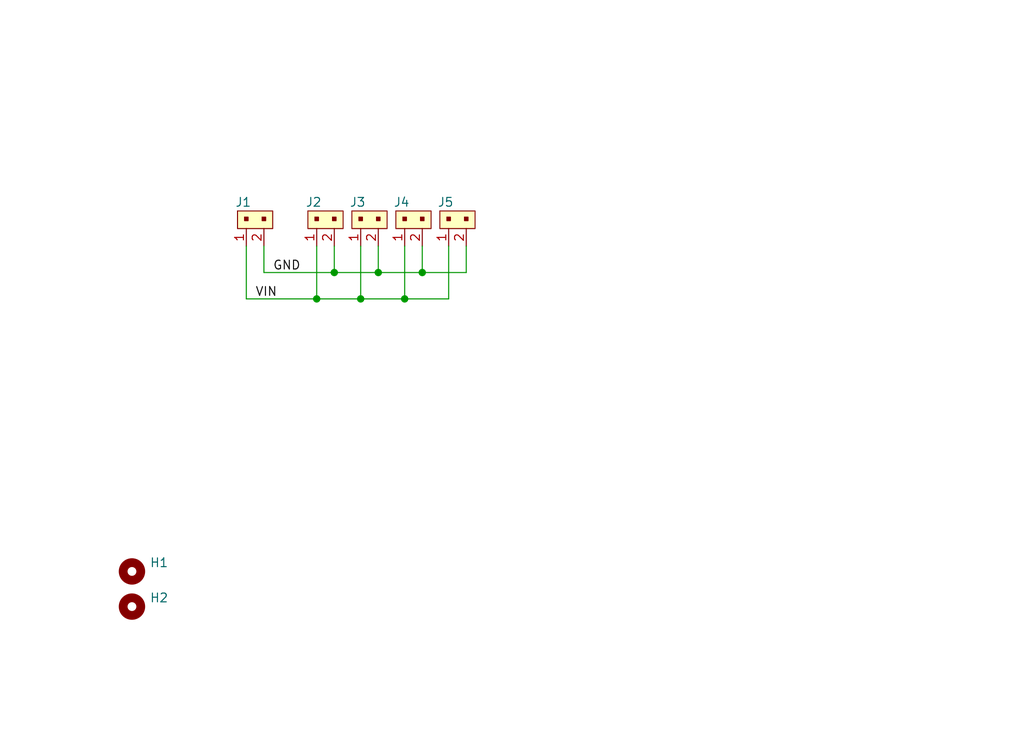
<source format=kicad_sch>
(kicad_sch (version 20250114) (generator "eeschema") (generator_version "9.0")
  (paper "User" 147.828 106.172)
  (title_block (title "3D PRINTER FAN BREAK OUT BOARD") (date "2025-05-02") (rev "0.1") (company "3LKGROVE DESIGNS"))
  (lib_symbols
    (symbol "Mechanical:MountingHole" (pin_names (offset 1.016)) (in_bom no)
      (property "Reference" "H" (at 0 5.08 0))
      (property "Value" "MountingHole" (at 0 3.175 0))
      (symbol "MountingHole_0_1"
        (circle (center 0 0) (radius 1.27) (stroke (width 1.27)))
      )
    )
    (symbol "dk_Rectangular-Connectors-Headers-Male-Pins:B2B-XH-A_LF__SN_" (pin_names (offset 1.016))
      (property "Reference" "J" (at -2.54 -1.27 0))
      (property "Value" "B2B-XH-A_LF__SN_" (at 1.27 -3.81 0))
      (symbol "B2B-XH-A_LF__SN__1_1"
        (rectangle (start -1.27 0) (end 3.81 -2.54) (fill (type background)))
        (rectangle (start -0.254 -1.143) (end 0.254 -1.651) (fill (type outline)))
        (rectangle (start 2.286 -1.143) (end 2.794 -1.651) (fill (type outline)))
        (pin passive line (at 0 2.54 270) (length 2.54) (name "~") (number "1"))
        (pin passive line (at 2.54 2.54 270) (length 2.54) (name "~") (number "2"))
      )
    )
  )
  (junction (at 54.61 39.37))
  (junction (at 48.26 39.37))
  (junction (at 52.07 43.18))
  (junction (at 60.96 39.37))
  (junction (at 45.72 43.18))
  (junction (at 58.42 43.18))
  (wire (pts (xy 35.56 43.18) (xy 35.56 35.56)))
  (wire (pts (xy 60.96 35.56) (xy 60.96 39.37)))
  (wire (pts (xy 45.72 43.18) (xy 35.56 43.18)))
  (wire (pts (xy 60.96 39.37) (xy 54.61 39.37)))
  (wire (pts (xy 48.26 39.37) (xy 38.1 39.37)))
  (wire (pts (xy 54.61 35.56) (xy 54.61 39.37)))
  (wire (pts (xy 67.31 35.56) (xy 67.31 39.37)))
  (wire (pts (xy 52.07 35.56) (xy 52.07 43.18)))
  (wire (pts (xy 48.26 35.56) (xy 48.26 39.37)))
  (wire (pts (xy 58.42 43.18) (xy 52.07 43.18)))
  (wire (pts (xy 64.77 43.18) (xy 58.42 43.18)))
  (wire (pts (xy 64.77 35.56) (xy 64.77 43.18)))
  (wire (pts (xy 52.07 43.18) (xy 45.72 43.18)))
  (wire (pts (xy 54.61 39.37) (xy 48.26 39.37)))
  (wire (pts (xy 58.42 35.56) (xy 58.42 43.18)))
  (wire (pts (xy 67.31 39.37) (xy 60.96 39.37)))
  (wire (pts (xy 45.72 35.56) (xy 45.72 43.18)))
  (wire (pts (xy 38.1 39.37) (xy 38.1 35.56)))
  (label "GND" (at 39.37 39.37 0))
  (label "VIN" (at 36.83 43.18 0))
  (symbol (lib_id "dk_Rectangular-Connectors-Headers-Male-Pins:B2B-XH-A_LF__SN_") (at 35.56 33.02 0) (mirror x) (unit 1)
    (property "Reference" "J1" (at 36.322 29.21 0) (effects (justify right)))
    (property "Value" "B2B-XH-A_LF__SN_" (effects (hide yes)))
    (property "Footprint" "digikey-footprints:PinHeader_1x2_P2.5mm_Drill1.1mm" (effects (hide yes)))
    (property "Datasheet" "http://www.jst-mfg.com/product/pdf/eng/eXH.pdf" (effects (hide yes)))
    (property "Description" "CONN HEADER VERT 2POS 2.5MM" (effects (hide yes)))
    (property "Digi-Key_PN" "455-2247-ND" (effects (hide yes)))
    (property "MPN" "B2B-XH-A(LF)(SN)" (effects (hide yes)))
    (property "Category" "Connectors, Interconnects" (effects (hide yes)))
    (property "Family" "Rectangular Connectors - Headers, Male Pins" (effects (hide yes)))
    (property "DK_Datasheet_Link" "http://www.jst-mfg.com/product/pdf/eng/eXH.pdf" (effects (hide yes)))
    (property "DK_Detail_Page" "/product-detail/en/jst-sales-america-inc/B2B-XH-A(LF)(SN)/455-2247-ND/1651045" (effects (hide yes)))
    (property "Description_1" "CONN HEADER VERT 2POS 2.5MM" (effects (hide yes)))
    (property "Manufacturer" "JST Sales America Inc." (effects (hide yes)))
    (property "Status" "Active" (effects (hide yes)))
  )
  (symbol (lib_id "dk_Rectangular-Connectors-Headers-Male-Pins:B2B-XH-A_LF__SN_") (at 58.42 33.02 0) (mirror x) (unit 1)
    (property "Reference" "J4" (at 59.182 29.21 0) (effects (justify right)))
    (property "Value" "B2B-XH-A_LF__SN_" (effects (hide yes)))
    (property "Footprint" "digikey-footprints:PinHeader_1x2_P2.5mm_Drill1.1mm" (effects (hide yes)))
    (property "Datasheet" "http://www.jst-mfg.com/product/pdf/eng/eXH.pdf" (effects (hide yes)))
    (property "Description" "CONN HEADER VERT 2POS 2.5MM" (effects (hide yes)))
    (property "Digi-Key_PN" "455-2247-ND" (effects (hide yes)))
    (property "MPN" "B2B-XH-A(LF)(SN)" (effects (hide yes)))
    (property "Category" "Connectors, Interconnects" (effects (hide yes)))
    (property "Family" "Rectangular Connectors - Headers, Male Pins" (effects (hide yes)))
    (property "DK_Datasheet_Link" "http://www.jst-mfg.com/product/pdf/eng/eXH.pdf" (effects (hide yes)))
    (property "DK_Detail_Page" "/product-detail/en/jst-sales-america-inc/B2B-XH-A(LF)(SN)/455-2247-ND/1651045" (effects (hide yes)))
    (property "Description_1" "CONN HEADER VERT 2POS 2.5MM" (effects (hide yes)))
    (property "Manufacturer" "JST Sales America Inc." (effects (hide yes)))
    (property "Status" "Active" (effects (hide yes)))
  )
  (symbol (lib_id "dk_Rectangular-Connectors-Headers-Male-Pins:B2B-XH-A_LF__SN_") (at 52.07 33.02 0) (mirror x) (unit 1)
    (property "Reference" "J3" (at 52.832 29.21 0) (effects (justify right)))
    (property "Value" "B2B-XH-A_LF__SN_" (effects (hide yes)))
    (property "Footprint" "digikey-footprints:PinHeader_1x2_P2.5mm_Drill1.1mm" (effects (hide yes)))
    (property "Datasheet" "http://www.jst-mfg.com/product/pdf/eng/eXH.pdf" (effects (hide yes)))
    (property "Description" "CONN HEADER VERT 2POS 2.5MM" (effects (hide yes)))
    (property "Digi-Key_PN" "455-2247-ND" (effects (hide yes)))
    (property "MPN" "B2B-XH-A(LF)(SN)" (effects (hide yes)))
    (property "Category" "Connectors, Interconnects" (effects (hide yes)))
    (property "Family" "Rectangular Connectors - Headers, Male Pins" (effects (hide yes)))
    (property "DK_Datasheet_Link" "http://www.jst-mfg.com/product/pdf/eng/eXH.pdf" (effects (hide yes)))
    (property "DK_Detail_Page" "/product-detail/en/jst-sales-america-inc/B2B-XH-A(LF)(SN)/455-2247-ND/1651045" (effects (hide yes)))
    (property "Description_1" "CONN HEADER VERT 2POS 2.5MM" (effects (hide yes)))
    (property "Manufacturer" "JST Sales America Inc." (effects (hide yes)))
    (property "Status" "Active" (effects (hide yes)))
  )
  (symbol (lib_id "dk_Rectangular-Connectors-Headers-Male-Pins:B2B-XH-A_LF__SN_") (at 45.72 33.02 0) (mirror x) (unit 1)
    (property "Reference" "J2" (at 46.482 29.21 0) (effects (justify right)))
    (property "Value" "B2B-XH-A_LF__SN_" (effects (hide yes)))
    (property "Footprint" "digikey-footprints:PinHeader_1x2_P2.5mm_Drill1.1mm" (effects (hide yes)))
    (property "Datasheet" "http://www.jst-mfg.com/product/pdf/eng/eXH.pdf" (effects (hide yes)))
    (property "Description" "CONN HEADER VERT 2POS 2.5MM" (effects (hide yes)))
    (property "Digi-Key_PN" "455-2247-ND" (effects (hide yes)))
    (property "MPN" "B2B-XH-A(LF)(SN)" (effects (hide yes)))
    (property "Category" "Connectors, Interconnects" (effects (hide yes)))
    (property "Family" "Rectangular Connectors - Headers, Male Pins" (effects (hide yes)))
    (property "DK_Datasheet_Link" "http://www.jst-mfg.com/product/pdf/eng/eXH.pdf" (effects (hide yes)))
    (property "DK_Detail_Page" "/product-detail/en/jst-sales-america-inc/B2B-XH-A(LF)(SN)/455-2247-ND/1651045" (effects (hide yes)))
    (property "Description_1" "CONN HEADER VERT 2POS 2.5MM" (effects (hide yes)))
    (property "Manufacturer" "JST Sales America Inc." (effects (hide yes)))
    (property "Status" "Active" (effects (hide yes)))
  )
  (symbol (lib_id "Mechanical:MountingHole") (at 19.05 87.63 0) (unit 1) (in_bom no)
    (property "Reference" "H2" (at 21.59 86.3599 0) (effects (justify left)))
    (property "Value" "MountingHole" (effects (hide yes)))
    (property "Footprint" "MountingHole:MountingHole_3.2mm_M3_DIN965_Pad_TopBottom" (effects (hide yes)))
    (property "Description" "Mounting Hole without connection" (effects (hide yes)))
  )
  (symbol (lib_id "Mechanical:MountingHole") (at 19.05 82.55 0) (unit 1) (in_bom no)
    (property "Reference" "H1" (at 21.59 81.2799 0) (effects (justify left)))
    (property "Value" "MountingHole" (effects (hide yes)))
    (property "Footprint" "MountingHole:MountingHole_3.2mm_M3_DIN965_Pad_TopBottom" (effects (hide yes)))
    (property "Description" "Mounting Hole without connection" (effects (hide yes)))
  )
  (symbol (lib_id "dk_Rectangular-Connectors-Headers-Male-Pins:B2B-XH-A_LF__SN_") (at 64.77 33.02 0) (mirror x) (unit 1)
    (property "Reference" "J5" (at 65.532 29.21 0) (effects (justify right)))
    (property "Value" "B2B-XH-A_LF__SN_" (effects (hide yes)))
    (property "Footprint" "digikey-footprints:PinHeader_1x2_P2.5mm_Drill1.1mm" (effects (hide yes)))
    (property "Datasheet" "http://www.jst-mfg.com/product/pdf/eng/eXH.pdf" (effects (hide yes)))
    (property "Description" "CONN HEADER VERT 2POS 2.5MM" (effects (hide yes)))
    (property "Digi-Key_PN" "455-2247-ND" (effects (hide yes)))
    (property "MPN" "B2B-XH-A(LF)(SN)" (effects (hide yes)))
    (property "Category" "Connectors, Interconnects" (effects (hide yes)))
    (property "Family" "Rectangular Connectors - Headers, Male Pins" (effects (hide yes)))
    (property "DK_Datasheet_Link" "http://www.jst-mfg.com/product/pdf/eng/eXH.pdf" (effects (hide yes)))
    (property "DK_Detail_Page" "/product-detail/en/jst-sales-america-inc/B2B-XH-A(LF)(SN)/455-2247-ND/1651045" (effects (hide yes)))
    (property "Description_1" "CONN HEADER VERT 2POS 2.5MM" (effects (hide yes)))
    (property "Manufacturer" "JST Sales America Inc." (effects (hide yes)))
    (property "Status" "Active" (effects (hide yes)))
  )
)
</source>
